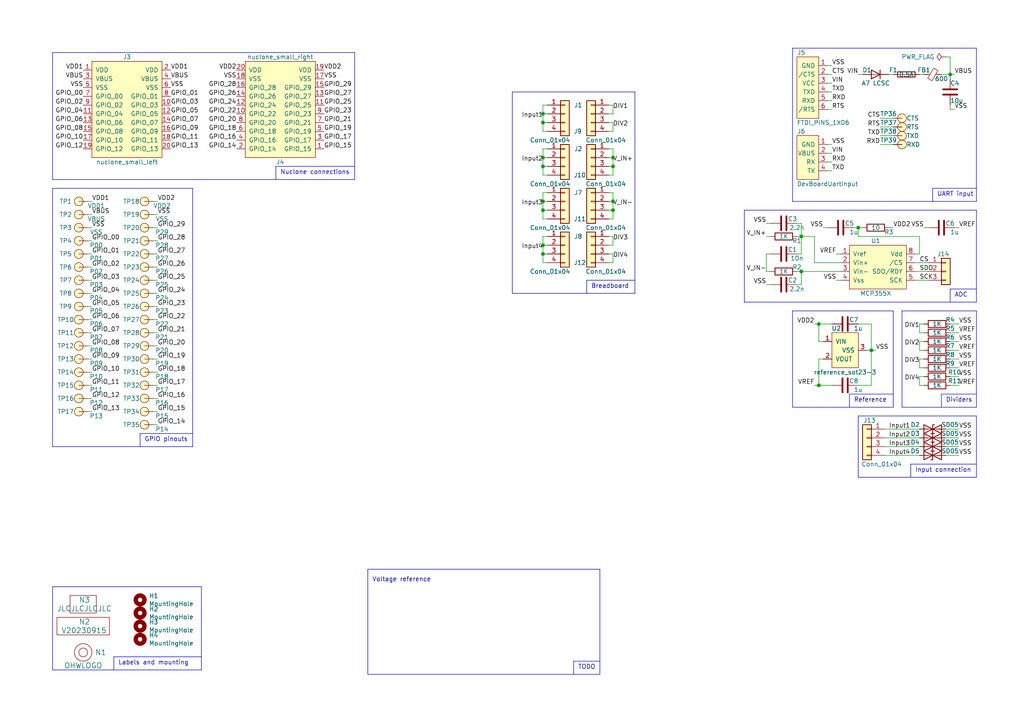
<source format=kicad_sch>
(kicad_sch (version 20230121) (generator eeschema)
  (paper "A4")
  (lib_symbols
    (symbol "Connector_Generic:Conn_01x03" (pin_names (offset 1.016) hide)
      (property "Reference" "J" (at 0 5.08 0))
      (property "Value" "Conn_01x03" (at 0 -5.08 0))
      (symbol "Conn_01x03_1_1"
        (pin passive line (at -5.08 2.54 0) (length 3.81) (name "Pin_1") (number "1"))
        (pin passive line (at -5.08 0 0) (length 3.81) (name "Pin_2") (number "2"))
        (pin passive line (at -5.08 -2.54 0) (length 3.81) (name "Pin_3") (number "3"))
      )
    )
    (symbol "Connector_Generic:Conn_01x04" (pin_names (offset 1.016) hide)
      (property "Reference" "J" (at 0 5.08 0))
      (property "Value" "Conn_01x04" (at 0 -7.62 0))
      (symbol "Conn_01x04_1_1"
        (pin passive line (at -5.08 2.54 0) (length 3.81) (name "Pin_1") (number "1"))
        (pin passive line (at -5.08 0 0) (length 3.81) (name "Pin_2") (number "2"))
        (pin passive line (at -5.08 -2.54 0) (length 3.81) (name "Pin_3") (number "3"))
        (pin passive line (at -5.08 -5.08 0) (length 3.81) (name "Pin_4") (number "4"))
      )
    )
    (symbol "Device:C" (pin_numbers hide) (pin_names (offset 0.254))
      (property "Reference" "C" (at 0.635 2.54 0))
      (property "Value" "C" (at 0.635 -2.54 0))
      (symbol "C_1_1"
        (pin passive line (at 0 3.81 270) (length 2.794) (name "~") (number "1"))
        (pin passive line (at 0 -3.81 90) (length 2.794) (name "~") (number "2"))
      )
    )
    (symbol "Device:D" (pin_numbers hide) (pin_names (offset 1.016) hide)
      (property "Reference" "D" (at 0 2.54 0))
      (property "Value" "D" (at 0 -2.54 0))
      (symbol "D_1_1"
        (pin passive line (at -3.81 0 0) (length 2.54) (name "K") (number "1"))
        (pin passive line (at 3.81 0 180) (length 2.54) (name "A") (number "2"))
      )
    )
    (symbol "Device:D_TVS" (pin_numbers hide) (pin_names (offset 1.016) hide)
      (property "Reference" "D" (at 0 2.54 0))
      (property "Value" "D_TVS" (at 0 -2.54 0))
      (symbol "D_TVS_1_1"
        (pin passive line (at -3.81 0 0) (length 2.54) (name "A1") (number "1"))
        (pin passive line (at 3.81 0 180) (length 2.54) (name "A2") (number "2"))
      )
    )
    (symbol "Device:FerriteBead_Small" (pin_numbers hide) (pin_names (offset 0))
      (property "Reference" "FB" (at 1.905 1.27 0))
      (property "Value" "FerriteBead_Small" (at 1.905 -1.27 0))
      (symbol "FerriteBead_Small_1_1"
        (pin passive line (at 0 2.54 270) (length 1.27) (name "~") (number "1"))
        (pin passive line (at 0 -2.54 90) (length 1.27) (name "~") (number "2"))
      )
    )
    (symbol "Device:Fuse" (pin_numbers hide) (pin_names (offset 0))
      (property "Reference" "F" (at 2.032 0 90))
      (property "Value" "Fuse" (at -1.905 0 90))
      (symbol "Fuse_1_1"
        (pin passive line (at 0 3.81 270) (length 1.27) (name "~") (number "1"))
        (pin passive line (at 0 -3.81 90) (length 1.27) (name "~") (number "2"))
      )
    )
    (symbol "Device:R" (pin_numbers hide) (pin_names (offset 0))
      (property "Reference" "R" (at 2.032 0 90))
      (property "Value" "R" (at 0 0 90))
      (symbol "R_1_1"
        (pin passive line (at 0 3.81 270) (length 1.27) (name "~") (number "1"))
        (pin passive line (at 0 -3.81 90) (length 1.27) (name "~") (number "2"))
      )
    )
    (symbol "Mechanical:MountingHole" (pin_names (offset 1.016))
      (property "Reference" "H" (at 0 5.08 0))
      (property "Value" "MountingHole" (at 0 3.175 0))
    )
    (symbol "SquantorConnectorsNamed:DevBoardUartInput" (pin_names (offset 1.016))
      (property "Reference" "J" (at 0 7.62 0))
      (property "Value" "DevBoardUartInput" (at 0 -7.62 0))
      (symbol "DevBoardUartInput_1_1"
        (pin power_out line (at 5.08 3.81 180) (length 2.54) (name "GND") (number "1"))
        (pin power_out line (at 5.08 1.27 180) (length 2.54) (name "VBUS") (number "2"))
        (pin input line (at 5.08 -1.27 180) (length 2.54) (name "RX") (number "3"))
        (pin output line (at 5.08 -3.81 180) (length 2.54) (name "TX") (number "4"))
      )
    )
    (symbol "SquantorConnectorsNamed:FTDI_PINS_1X06" (pin_names (offset 1.016))
      (property "Reference" "J" (at 0 10.16 0))
      (property "Value" "FTDI_PINS_1X06" (at 0 -10.16 0))
      (symbol "FTDI_PINS_1X06_1_1"
        (pin power_out line (at 5.08 6.35 180) (length 2.54) (name "GND") (number "1"))
        (pin input line (at 5.08 3.81 180) (length 2.54) (name "/CTS") (number "2"))
        (pin power_out line (at 5.08 1.27 180) (length 2.54) (name "VCC") (number "3"))
        (pin output line (at 5.08 -1.27 180) (length 2.54) (name "TXD") (number "4"))
        (pin input line (at 5.08 -3.81 180) (length 2.54) (name "RXD") (number "5"))
        (pin output line (at 5.08 -6.35 180) (length 2.54) (name "/RTS") (number "6"))
      )
    )
    (symbol "SquantorConnectorsNamed:nuclone_small_left" (pin_names (offset 1.016))
      (property "Reference" "J" (at 0 15.24 0))
      (property "Value" "nuclone_small_left" (at 0 -15.24 0))
      (symbol "nuclone_small_left_1_1"
        (pin power_in line (at -12.7 11.43 0) (length 2.54) (name "VDD") (number "1"))
        (pin bidirectional line (at 12.7 1.27 180) (length 2.54) (name "GPIO_03") (number "10"))
        (pin bidirectional line (at -12.7 -1.27 0) (length 2.54) (name "GPIO_04") (number "11"))
        (pin bidirectional line (at 12.7 -1.27 180) (length 2.54) (name "GPIO_05") (number "12"))
        (pin bidirectional line (at -12.7 -3.81 0) (length 2.54) (name "GPIO_06") (number "13"))
        (pin bidirectional line (at 12.7 -3.81 180) (length 2.54) (name "GPIO_07") (number "14"))
        (pin bidirectional line (at -12.7 -6.35 0) (length 2.54) (name "GPIO_08") (number "15"))
        (pin bidirectional line (at 12.7 -6.35 180) (length 2.54) (name "GPIO_09") (number "16"))
        (pin bidirectional line (at -12.7 -8.89 0) (length 2.54) (name "GPIO_10") (number "17"))
        (pin bidirectional line (at 12.7 -8.89 180) (length 2.54) (name "GPIO_11") (number "18"))
        (pin bidirectional line (at -12.7 -11.43 0) (length 2.54) (name "GPIO_12") (number "19"))
        (pin power_in line (at 12.7 11.43 180) (length 2.54) (name "VDD") (number "2"))
        (pin bidirectional line (at 12.7 -11.43 180) (length 2.54) (name "GPIO_13") (number "20"))
        (pin power_in line (at -12.7 8.89 0) (length 2.54) (name "VBUS") (number "3"))
        (pin power_in line (at 12.7 8.89 180) (length 2.54) (name "VBUS") (number "4"))
        (pin power_in line (at -12.7 6.35 0) (length 2.54) (name "VSS") (number "5"))
        (pin power_in line (at 12.7 6.35 180) (length 2.54) (name "VSS") (number "6"))
        (pin bidirectional line (at -12.7 3.81 0) (length 2.54) (name "GPIO_00") (number "7"))
        (pin bidirectional line (at 12.7 3.81 180) (length 2.54) (name "GPIO_01") (number "8"))
        (pin bidirectional line (at -12.7 1.27 0) (length 2.54) (name "GPIO_02") (number "9"))
      )
    )
    (symbol "SquantorConnectorsNamed:nuclone_small_right" (pin_names (offset 1.016))
      (property "Reference" "J" (at 0 -15.24 0))
      (property "Value" "nuclone_small_right" (at 0 15.24 0))
      (symbol "nuclone_small_right_1_1"
        (pin bidirectional line (at 12.7 -11.43 180) (length 2.54) (name "GPIO_15") (number "1"))
        (pin bidirectional line (at -12.7 -1.27 0) (length 2.54) (name "GPIO_22") (number "10"))
        (pin bidirectional line (at 12.7 1.27 180) (length 2.54) (name "GPIO_25") (number "11"))
        (pin bidirectional line (at -12.7 1.27 0) (length 2.54) (name "GPIO_24") (number "12"))
        (pin bidirectional line (at 12.7 3.81 180) (length 2.54) (name "GPIO_27") (number "13"))
        (pin bidirectional line (at -12.7 3.81 0) (length 2.54) (name "GPIO_26") (number "14"))
        (pin bidirectional line (at 12.7 6.35 180) (length 2.54) (name "GPIO_29") (number "15"))
        (pin bidirectional line (at -12.7 6.35 0) (length 2.54) (name "GPIO_28") (number "16"))
        (pin power_in line (at 12.7 8.89 180) (length 2.54) (name "VSS") (number "17"))
        (pin power_in line (at -12.7 8.89 0) (length 2.54) (name "VSS") (number "18"))
        (pin power_in line (at 12.7 11.43 180) (length 2.54) (name "VDD") (number "19"))
        (pin bidirectional line (at -12.7 -11.43 0) (length 2.54) (name "GPIO_14") (number "2"))
        (pin power_in line (at -12.7 11.43 0) (length 2.54) (name "VDD") (number "20"))
        (pin bidirectional line (at 12.7 -8.89 180) (length 2.54) (name "GPIO_17") (number "3"))
        (pin bidirectional line (at -12.7 -8.89 0) (length 2.54) (name "GPIO_16") (number "4"))
        (pin bidirectional line (at 12.7 -6.35 180) (length 2.54) (name "GPIO_19") (number "5"))
        (pin bidirectional line (at -12.7 -6.35 0) (length 2.54) (name "GPIO_18") (number "6"))
        (pin bidirectional line (at 12.7 -3.81 180) (length 2.54) (name "GPIO_21") (number "7"))
        (pin bidirectional line (at -12.7 -3.81 0) (length 2.54) (name "GPIO_20") (number "8"))
        (pin bidirectional line (at 12.7 -1.27 180) (length 2.54) (name "GPIO_23") (number "9"))
      )
    )
    (symbol "SquantorGenericAnalog:reference_sot23-3" (pin_names (offset 1.016))
      (property "Reference" "U" (at 0 6.35 0))
      (property "Value" "reference_sot23-3" (at 0 -6.35 0))
      (symbol "reference_sot23-3_1_1"
        (pin power_in line (at -6.35 2.54 0) (length 2.54) (name "VIN") (number "1"))
        (pin power_out line (at -6.35 -2.54 0) (length 2.54) (name "VOUT") (number "2"))
        (pin power_in line (at 6.35 0 180) (length 2.54) (name "VSS") (number "3"))
      )
    )
    (symbol "SquantorLabels:Label" (pin_names (offset 1.016))
      (property "Reference" "N" (at 0 1.27 0))
      (property "Value" "Label" (at 0 -1.27 0))
    )
    (symbol "SquantorLabels:OHWLOGO" (pin_names (offset 1.016))
      (property "Reference" "N" (at 0 3.81 0))
      (property "Value" "OHWLOGO" (at 0 -3.81 0))
    )
    (symbol "SquantorLabels:VYYYYMMDD" (pin_names (offset 1.016))
      (property "Reference" "N" (at 0 2.54 0))
      (property "Value" "VYYYYMMDD" (at 0 0 0))
    )
    (symbol "SquantorMicrochip:MCP355X-E_SN" (pin_names (offset 1.016))
      (property "Reference" "U" (at 0 6.35 0))
      (property "Value" "MCP355X-E_SN" (at 0 -8.89 0))
      (symbol "MCP355X-E_SN_1_1"
        (pin input line (at -10.16 2.54 0) (length 2.54) (name "Vref") (number "1"))
        (pin input line (at -10.16 0 0) (length 2.54) (name "Vin+") (number "2"))
        (pin input line (at -10.16 -2.54 0) (length 2.54) (name "Vin-") (number "3"))
        (pin power_in line (at -10.16 -5.08 0) (length 2.54) (name "Vss") (number "4"))
        (pin power_in line (at 11.43 -5.08 180) (length 2.54) (name "SCK") (number "5"))
        (pin power_in line (at 11.43 -2.54 180) (length 2.54) (name "SDO/RDY") (number "6"))
        (pin power_in line (at 11.43 0 180) (length 2.54) (name "/CS") (number "7"))
        (pin power_in line (at 11.43 2.54 180) (length 2.54) (name "Vdd") (number "8"))
      )
    )
    (symbol "SquantorProto:testpad" (pin_numbers hide) (pin_names (offset 1.016) hide)
      (property "Reference" "TP" (at 0 2.54 0))
      (property "Value" "testpad" (at 0 -2.54 0))
      (symbol "testpad_1_1"
        (pin passive line (at -2.54 0 0) (length 2.54) (name "1") (number "1"))
      )
    )
    (symbol "power:PWR_FLAG" (power) (pin_numbers hide) (pin_names (offset 0) hide)
      (property "Value" "PWR_FLAG" (at 0 3.81 0))
      (symbol "PWR_FLAG_0_0"
        (pin power_out line (at 0 0 90) (length 0) (name "pwr") (number "1"))
      )
    )
  )
  (junction (at 177.8 48.26))
  (junction (at 157.48 73.66))
  (junction (at 252.73 101.6))
  (junction (at 157.48 48.26))
  (junction (at 157.48 60.96))
  (junction (at 177.8 60.96))
  (junction (at 237.49 111.76))
  (junction (at 177.8 58.42))
  (junction (at 157.48 71.12))
  (junction (at 248.92 66.04))
  (junction (at 275.59 21.59))
  (junction (at 177.8 45.72))
  (junction (at 157.48 35.56))
  (junction (at 232.41 68.58))
  (junction (at 157.48 45.72))
  (junction (at 157.48 33.02))
  (junction (at 157.48 58.42))
  (junction (at 237.49 93.98))
  (junction (at 232.41 78.74))
  (wire (pts (xy 265.43 78.74) (xy 269.24 78.74)))
  (wire (pts (xy 237.49 93.98) (xy 237.49 99.06)))
  (polyline (pts (xy 229.87 13.97) (xy 283.21 13.97)))
  (wire (pts (xy 242.57 73.66) (xy 243.84 73.66)))
  (wire (pts (xy 266.7 101.6) (xy 267.97 101.6)))
  (wire (pts (xy 274.32 124.46) (xy 278.13 124.46)))
  (wire (pts (xy 157.48 45.72) (xy 157.48 48.26)))
  (wire (pts (xy 176.53 45.72) (xy 177.8 45.72)))
  (wire (pts (xy 248.92 21.59) (xy 250.19 21.59)))
  (wire (pts (xy 44.45 96.52) (xy 45.72 96.52)))
  (wire (pts (xy 222.25 73.66) (xy 222.25 78.74)))
  (wire (pts (xy 266.7 96.52) (xy 267.97 96.52)))
  (polyline (pts (xy 275.59 83.82) (xy 275.59 87.63)))
  (wire (pts (xy 44.45 58.42) (xy 45.72 58.42)))
  (wire (pts (xy 177.8 38.1) (xy 176.53 38.1)))
  (wire (pts (xy 276.86 21.59) (xy 275.59 21.59)))
  (polyline (pts (xy 102.87 48.26) (xy 80.01 48.26)))
  (polyline (pts (xy 33.02 190.5) (xy 33.02 194.31)))
  (polyline (pts (xy 246.38 114.3) (xy 246.38 118.11)))
  (wire (pts (xy 275.59 21.59) (xy 275.59 22.86)))
  (wire (pts (xy 276.86 66.04) (xy 278.13 66.04)))
  (wire (pts (xy 267.97 104.14) (xy 266.7 104.14)))
  (wire (pts (xy 275.59 96.52) (xy 278.13 96.52)))
  (wire (pts (xy 176.53 50.8) (xy 177.8 50.8)))
  (wire (pts (xy 232.41 68.58) (xy 236.22 68.58)))
  (wire (pts (xy 255.27 39.37) (xy 259.08 39.37)))
  (wire (pts (xy 267.97 99.06) (xy 266.7 99.06)))
  (polyline (pts (xy 184.15 81.28) (xy 170.18 81.28)))
  (wire (pts (xy 238.76 104.14) (xy 237.49 104.14)))
  (polyline (pts (xy 229.87 90.17) (xy 229.87 118.11)))
  (wire (pts (xy 232.41 78.74) (xy 243.84 78.74)))
  (wire (pts (xy 157.48 33.02) (xy 157.48 35.56)))
  (wire (pts (xy 266.7 68.58) (xy 266.7 73.66)))
  (wire (pts (xy 157.48 33.02) (xy 158.75 33.02)))
  (wire (pts (xy 177.8 76.2) (xy 176.53 76.2)))
  (wire (pts (xy 45.72 77.47) (xy 44.45 77.47)))
  (wire (pts (xy 257.81 21.59) (xy 259.08 21.59)))
  (wire (pts (xy 222.25 68.58) (xy 223.52 68.58)))
  (wire (pts (xy 251.46 101.6) (xy 252.73 101.6)))
  (wire (pts (xy 157.48 60.96) (xy 157.48 63.5)))
  (polyline (pts (xy 58.42 190.5) (xy 33.02 190.5)))
  (wire (pts (xy 256.54 132.08) (xy 266.7 132.08)))
  (wire (pts (xy 176.53 60.96) (xy 177.8 60.96)))
  (polyline (pts (xy 229.87 118.11) (xy 259.08 118.11)))
  (wire (pts (xy 240.03 31.75) (xy 241.3 31.75)))
  (wire (pts (xy 157.48 68.58) (xy 157.48 71.12)))
  (polyline (pts (xy 229.87 58.42) (xy 283.21 58.42)))
  (wire (pts (xy 222.25 82.55) (xy 223.52 82.55)))
  (wire (pts (xy 177.8 48.26) (xy 177.8 45.72)))
  (wire (pts (xy 45.72 107.95) (xy 44.45 107.95)))
  (wire (pts (xy 248.92 68.58) (xy 266.7 68.58)))
  (wire (pts (xy 25.4 88.9) (xy 26.67 88.9)))
  (polyline (pts (xy 173.99 165.1) (xy 173.99 195.58)))
  (wire (pts (xy 44.45 115.57) (xy 45.72 115.57)))
  (wire (pts (xy 240.03 41.91) (xy 241.3 41.91)))
  (wire (pts (xy 177.8 35.56) (xy 177.8 38.1)))
  (wire (pts (xy 157.48 58.42) (xy 157.48 60.96)))
  (wire (pts (xy 255.27 41.91) (xy 259.08 41.91)))
  (wire (pts (xy 157.48 35.56) (xy 158.75 35.56)))
  (wire (pts (xy 157.48 55.88) (xy 157.48 58.42)))
  (wire (pts (xy 266.7 21.59) (xy 267.97 21.59)))
  (wire (pts (xy 177.8 63.5) (xy 176.53 63.5)))
  (polyline (pts (xy 264.16 134.62) (xy 264.16 138.43)))
  (wire (pts (xy 26.67 115.57) (xy 25.4 115.57)))
  (wire (pts (xy 26.67 58.42) (xy 25.4 58.42)))
  (wire (pts (xy 252.73 101.6) (xy 252.73 111.76)))
  (wire (pts (xy 176.53 68.58) (xy 177.8 68.58)))
  (polyline (pts (xy 80.01 48.26) (xy 80.01 52.07)))
  (polyline (pts (xy 15.24 54.61) (xy 55.88 54.61)))
  (wire (pts (xy 157.48 71.12) (xy 157.48 73.66)))
  (wire (pts (xy 176.53 30.48) (xy 177.8 30.48)))
  (polyline (pts (xy 273.05 114.3) (xy 273.05 118.11)))
  (wire (pts (xy 274.32 127) (xy 278.13 127)))
  (polyline (pts (xy 283.21 60.96) (xy 215.9 60.96)))
  (wire (pts (xy 265.43 73.66) (xy 266.7 73.66)))
  (wire (pts (xy 157.48 76.2) (xy 158.75 76.2)))
  (polyline (pts (xy 184.15 85.09) (xy 184.15 85.09)))
  (wire (pts (xy 26.67 85.09) (xy 25.4 85.09)))
  (wire (pts (xy 177.8 68.58) (xy 177.8 71.12)))
  (wire (pts (xy 242.57 81.28) (xy 243.84 81.28)))
  (polyline (pts (xy 15.24 129.54) (xy 15.24 54.61)))
  (wire (pts (xy 45.72 100.33) (xy 44.45 100.33)))
  (polyline (pts (xy 40.64 125.73) (xy 40.64 129.54)))
  (wire (pts (xy 265.43 76.2) (xy 269.24 76.2)))
  (wire (pts (xy 240.03 24.13) (xy 241.3 24.13)))
  (wire (pts (xy 44.45 66.04) (xy 45.72 66.04)))
  (polyline (pts (xy 55.88 54.61) (xy 55.88 129.54)))
  (wire (pts (xy 45.72 85.09) (xy 44.45 85.09)))
  (wire (pts (xy 255.27 34.29) (xy 259.08 34.29)))
  (polyline (pts (xy 283.21 90.17) (xy 261.62 90.17)))
  (wire (pts (xy 158.75 30.48) (xy 157.48 30.48)))
  (wire (pts (xy 25.4 81.28) (xy 26.67 81.28)))
  (wire (pts (xy 25.4 104.14) (xy 26.67 104.14)))
  (wire (pts (xy 45.72 69.85) (xy 44.45 69.85)))
  (wire (pts (xy 157.48 71.12) (xy 158.75 71.12)))
  (wire (pts (xy 240.03 49.53) (xy 241.3 49.53)))
  (wire (pts (xy 275.59 106.68) (xy 278.13 106.68)))
  (wire (pts (xy 274.32 129.54) (xy 278.13 129.54)))
  (wire (pts (xy 157.48 30.48) (xy 157.48 33.02)))
  (wire (pts (xy 275.59 93.98) (xy 278.13 93.98)))
  (wire (pts (xy 256.54 129.54) (xy 266.7 129.54)))
  (wire (pts (xy 231.14 73.66) (xy 232.41 73.66)))
  (wire (pts (xy 157.48 48.26) (xy 157.48 50.8)))
  (wire (pts (xy 241.3 93.98) (xy 237.49 93.98)))
  (wire (pts (xy 275.59 31.75) (xy 275.59 30.48)))
  (wire (pts (xy 275.59 101.6) (xy 278.13 101.6)))
  (wire (pts (xy 25.4 96.52) (xy 26.67 96.52)))
  (wire (pts (xy 26.67 66.04) (xy 25.4 66.04)))
  (wire (pts (xy 44.45 111.76) (xy 45.72 111.76)))
  (polyline (pts (xy 170.18 81.28) (xy 170.18 85.09)))
  (polyline (pts (xy 15.24 194.31) (xy 58.42 194.31)))
  (wire (pts (xy 44.45 88.9) (xy 45.72 88.9)))
  (polyline (pts (xy 102.87 15.24) (xy 15.24 15.24)))
  (wire (pts (xy 266.7 104.14) (xy 266.7 106.68)))
  (wire (pts (xy 240.03 46.99) (xy 241.3 46.99)))
  (wire (pts (xy 157.48 63.5) (xy 158.75 63.5)))
  (wire (pts (xy 252.73 101.6) (xy 254 101.6)))
  (wire (pts (xy 240.03 29.21) (xy 241.3 29.21)))
  (wire (pts (xy 248.92 66.04) (xy 248.92 68.58)))
  (polyline (pts (xy 283.21 83.82) (xy 275.59 83.82)))
  (wire (pts (xy 232.41 73.66) (xy 232.41 68.58)))
  (wire (pts (xy 266.7 99.06) (xy 266.7 101.6)))
  (polyline (pts (xy 148.59 85.09) (xy 184.15 85.09)))
  (wire (pts (xy 157.48 60.96) (xy 158.75 60.96)))
  (wire (pts (xy 274.32 132.08) (xy 278.13 132.08)))
  (wire (pts (xy 237.49 104.14) (xy 237.49 111.76)))
  (polyline (pts (xy 259.08 114.3) (xy 246.38 114.3)))
  (wire (pts (xy 176.53 58.42) (xy 177.8 58.42)))
  (polyline (pts (xy 283.21 114.3) (xy 273.05 114.3)))
  (wire (pts (xy 26.67 107.95) (xy 25.4 107.95)))
  (wire (pts (xy 157.48 73.66) (xy 157.48 76.2)))
  (polyline (pts (xy 283.21 120.65) (xy 248.92 120.65)))
  (polyline (pts (xy 215.9 60.96) (xy 215.9 87.63)))
  (polyline (pts (xy 283.21 13.97) (xy 283.21 58.42)))
  (wire (pts (xy 157.48 48.26) (xy 158.75 48.26)))
  (wire (pts (xy 157.48 73.66) (xy 158.75 73.66)))
  (polyline (pts (xy 259.08 118.11) (xy 259.08 90.17)))
  (polyline (pts (xy 106.68 165.1) (xy 173.99 165.1)))
  (wire (pts (xy 177.8 60.96) (xy 177.8 63.5)))
  (wire (pts (xy 177.8 73.66) (xy 177.8 76.2)))
  (wire (pts (xy 275.59 104.14) (xy 278.13 104.14)))
  (wire (pts (xy 275.59 111.76) (xy 278.13 111.76)))
  (wire (pts (xy 238.76 66.04) (xy 240.03 66.04)))
  (polyline (pts (xy 55.88 129.54) (xy 15.24 129.54)))
  (wire (pts (xy 257.81 66.04) (xy 259.08 66.04)))
  (polyline (pts (xy 15.24 52.07) (xy 102.87 52.07)))
  (wire (pts (xy 232.41 82.55) (xy 232.41 78.74)))
  (polyline (pts (xy 58.42 194.31) (xy 58.42 170.18)))
  (polyline (pts (xy 261.62 118.11) (xy 283.21 118.11)))
  (wire (pts (xy 157.48 43.18) (xy 157.48 45.72)))
  (polyline (pts (xy 283.21 87.63) (xy 283.21 60.96)))
  (wire (pts (xy 266.7 109.22) (xy 266.7 111.76)))
  (polyline (pts (xy 215.9 87.63) (xy 283.21 87.63)))
  (wire (pts (xy 236.22 111.76) (xy 237.49 111.76)))
  (wire (pts (xy 247.65 66.04) (xy 248.92 66.04)))
  (wire (pts (xy 248.92 93.98) (xy 252.73 93.98)))
  (polyline (pts (xy 166.37 191.77) (xy 173.99 191.77)))
  (wire (pts (xy 25.4 119.38) (xy 26.67 119.38)))
  (wire (pts (xy 231.14 64.77) (xy 232.41 64.77)))
  (polyline (pts (xy 58.42 170.18) (xy 15.24 170.18)))
  (polyline (pts (xy 106.68 195.58) (xy 106.68 165.1)))
  (wire (pts (xy 222.25 64.77) (xy 223.52 64.77)))
  (wire (pts (xy 177.8 50.8) (xy 177.8 48.26)))
  (wire (pts (xy 267.97 109.22) (xy 266.7 109.22)))
  (polyline (pts (xy 248.92 138.43) (xy 283.21 138.43)))
  (wire (pts (xy 252.73 93.98) (xy 252.73 101.6)))
  (wire (pts (xy 45.72 119.38) (xy 44.45 119.38)))
  (wire (pts (xy 255.27 36.83) (xy 259.08 36.83)))
  (polyline (pts (xy 259.08 90.17) (xy 229.87 90.17)))
  (polyline (pts (xy 148.59 26.67) (xy 148.59 85.09)))
  (wire (pts (xy 45.72 92.71) (xy 44.45 92.71)))
  (polyline (pts (xy 55.88 125.73) (xy 40.64 125.73)))
  (wire (pts (xy 240.03 21.59) (xy 241.3 21.59)))
  (wire (pts (xy 248.92 66.04) (xy 250.19 66.04)))
  (wire (pts (xy 236.22 68.58) (xy 236.22 76.2)))
  (polyline (pts (xy 283.21 118.11) (xy 283.21 90.17)))
  (wire (pts (xy 265.43 81.28) (xy 269.24 81.28)))
  (wire (pts (xy 157.48 50.8) (xy 158.75 50.8)))
  (wire (pts (xy 177.8 55.88) (xy 177.8 58.42)))
  (wire (pts (xy 237.49 111.76) (xy 241.3 111.76)))
  (wire (pts (xy 222.25 78.74) (xy 223.52 78.74)))
  (polyline (pts (xy 229.87 13.97) (xy 229.87 58.42)))
  (polyline (pts (xy 184.15 26.67) (xy 148.59 26.67)))
  (wire (pts (xy 266.7 106.68) (xy 267.97 106.68)))
  (wire (pts (xy 266.7 111.76) (xy 267.97 111.76)))
  (wire (pts (xy 176.53 73.66) (xy 177.8 73.66)))
  (wire (pts (xy 157.48 45.72) (xy 158.75 45.72)))
  (wire (pts (xy 158.75 55.88) (xy 157.48 55.88)))
  (wire (pts (xy 158.75 43.18) (xy 157.48 43.18)))
  (wire (pts (xy 25.4 73.66) (xy 26.67 73.66)))
  (wire (pts (xy 240.03 44.45) (xy 241.3 44.45)))
  (wire (pts (xy 44.45 81.28) (xy 45.72 81.28)))
  (wire (pts (xy 26.67 77.47) (xy 25.4 77.47)))
  (wire (pts (xy 275.59 16.51) (xy 275.59 21.59)))
  (wire (pts (xy 232.41 78.74) (xy 231.14 78.74)))
  (polyline (pts (xy 283.21 134.62) (xy 264.16 134.62)))
  (wire (pts (xy 266.7 93.98) (xy 266.7 96.52)))
  (wire (pts (xy 236.22 76.2) (xy 243.84 76.2)))
  (wire (pts (xy 158.75 68.58) (xy 157.48 68.58)))
  (wire (pts (xy 44.45 123.19) (xy 45.72 123.19)))
  (wire (pts (xy 240.03 26.67) (xy 241.3 26.67)))
  (polyline (pts (xy 184.15 85.09) (xy 184.15 26.67)))
  (wire (pts (xy 26.67 100.33) (xy 25.4 100.33)))
  (wire (pts (xy 275.59 99.06) (xy 278.13 99.06)))
  (wire (pts (xy 231.14 82.55) (xy 232.41 82.55)))
  (wire (pts (xy 176.53 33.02) (xy 177.8 33.02)))
  (wire (pts (xy 267.97 66.04) (xy 269.24 66.04)))
  (wire (pts (xy 237.49 99.06) (xy 238.76 99.06)))
  (wire (pts (xy 256.54 124.46) (xy 266.7 124.46)))
  (wire (pts (xy 256.54 127) (xy 266.7 127)))
  (polyline (pts (xy 261.62 90.17) (xy 261.62 118.11)))
  (wire (pts (xy 44.45 104.14) (xy 45.72 104.14)))
  (wire (pts (xy 44.45 73.66) (xy 45.72 73.66)))
  (wire (pts (xy 267.97 93.98) (xy 266.7 93.98)))
  (wire (pts (xy 157.48 38.1) (xy 158.75 38.1)))
  (wire (pts (xy 26.67 69.85) (xy 25.4 69.85)))
  (wire (pts (xy 177.8 45.72) (xy 177.8 43.18)))
  (wire (pts (xy 26.67 92.71) (xy 25.4 92.71)))
  (polyline (pts (xy 15.24 170.18) (xy 15.24 194.31)))
  (wire (pts (xy 275.59 31.75) (xy 276.86 31.75)))
  (wire (pts (xy 240.03 19.05) (xy 241.3 19.05)))
  (wire (pts (xy 176.53 48.26) (xy 177.8 48.26)))
  (polyline (pts (xy 15.24 15.24) (xy 15.24 52.07)))
  (polyline (pts (xy 173.99 195.58) (xy 106.68 195.58)))
  (polyline (pts (xy 283.21 138.43) (xy 283.21 120.65)))
  (wire (pts (xy 25.4 62.23) (xy 26.67 62.23)))
  (polyline (pts (xy 283.21 54.61) (xy 270.51 54.61)))
  (wire (pts (xy 25.4 111.76) (xy 26.67 111.76)))
  (wire (pts (xy 236.22 93.98) (xy 237.49 93.98)))
  (wire (pts (xy 176.53 55.88) (xy 177.8 55.88)))
  (wire (pts (xy 275.59 109.22) (xy 278.13 109.22)))
  (wire (pts (xy 252.73 111.76) (xy 248.92 111.76)))
  (polyline (pts (xy 248.92 120.65) (xy 248.92 138.43)))
  (wire (pts (xy 157.48 35.56) (xy 157.48 38.1)))
  (wire (pts (xy 177.8 30.48) (xy 177.8 33.02)))
  (wire (pts (xy 231.14 68.58) (xy 232.41 68.58)))
  (polyline (pts (xy 102.87 52.07) (xy 102.87 15.24)))
  (wire (pts (xy 177.8 71.12) (xy 176.53 71.12)))
  (wire (pts (xy 177.8 43.18) (xy 176.53 43.18)))
  (wire (pts (xy 273.05 21.59) (xy 275.59 21.59)))
  (wire (pts (xy 223.52 73.66) (xy 222.25 73.66)))
  (wire (pts (xy 232.41 64.77) (xy 232.41 68.58)))
  (wire (pts (xy 275.59 16.51) (xy 274.32 16.51)))
  (wire (pts (xy 177.8 58.42) (xy 177.8 60.96)))
  (polyline (pts (xy 270.51 54.61) (xy 270.51 58.42)))
  (wire (pts (xy 157.48 58.42) (xy 158.75 58.42)))
  (wire (pts (xy 45.72 62.23) (xy 44.45 62.23)))
  (wire (pts (xy 176.53 35.56) (xy 177.8 35.56)))
  (polyline (pts (xy 166.37 195.58) (xy 166.37 191.77)))
  (text "Labels and mounting" (at 34.29 193.04 0) (effects (font (size 1.27 1.27)) (justify left bottom)))
  (text "Voltage reference" (at 107.95 168.91 0) (effects (font (size 1.27 1.27)) (justify left bottom)))
  (text "Input connection" (at 265.43 137.16 0) (effects (font (size 1.27 1.27)) (justify left bottom)))
  (text "Reference" (at 247.65 116.84 0) (effects (font (size 1.27 1.27)) (justify left bottom)))
  (text "TODO" (at 167.64 194.31 0) (effects (font (size 1.27 1.27)) (justify left bottom)))
  (text "Breadboard" (at 171.45 83.82 0) (effects (font (size 1.27 1.27)) (justify left bottom)))
  (text "GPIO pinouts" (at 41.91 128.27 0) (effects (font (size 1.27 1.27)) (justify left bottom)))
  (text "ADC" (at 276.86 86.36 0) (effects (font (size 1.27 1.27)) (justify left bottom)))
  (text "Nuclone connections" (at 81.28 50.8 0) (effects (font (size 1.27 1.27)) (justify left bottom)))
  (text "Dividers" (at 274.32 116.84 0) (effects (font (size 1.27 1.27)) (justify left bottom)))
  (text "UART input" (at 271.78 57.15 0) (effects (font (size 1.27 1.27)) (justify left bottom)))
  (label "GPIO_24" (at 45.72 85.09 0))
  (label "VSS" (at 238.76 66.04 180))
  (label "Input2" (at 157.48 46.99 180))
  (label "GPIO_20" (at 68.58 35.56 180))
  (label "Input1" (at 157.48 34.29 180))
  (label "GPIO_22" (at 45.72 92.71 0))
  (label "GPIO_26" (at 68.58 27.94 180))
  (label "CTS" (at 241.3 21.59 0))
  (label "VSS" (at 49.53 25.4 0))
  (label "SCK" (at 266.7 81.28 0))
  (label "GPIO_24" (at 68.58 30.48 180))
  (label "Input2" (at 257.81 127 0))
  (label "DIV1" (at 177.8 31.75 0))
  (label "TXD" (at 241.3 26.67 0))
  (label "GPIO_27" (at 45.72 73.66 0))
  (label "DIV3" (at 266.7 105.41 180))
  (label "VSS" (at 267.97 66.04 180))
  (label "GPIO_11" (at 26.67 111.76 0))
  (label "VBUS" (at 49.53 22.86 0))
  (label "GPIO_28" (at 45.72 69.85 0))
  (label "VSS" (at 222.25 64.77 180))
  (label "VSS" (at 278.13 104.14 0))
  (label "VREF" (at 242.57 73.66 180))
  (label "GPIO_12" (at 26.67 115.57 0))
  (label "GPIO_15" (at 45.72 119.38 0))
  (label "VREF" (at 278.13 96.52 0))
  (label "V_IN-" (at 222.25 78.74 180))
  (label "VDD1" (at 26.67 58.42 0))
  (label "GPIO_07" (at 49.53 35.56 0))
  (label "DIV2" (at 266.7 100.33 180))
  (label "GPIO_00" (at 24.13 27.94 180))
  (label "TXD" (at 241.3 49.53 0))
  (label "GPIO_21" (at 93.98 35.56 0))
  (label "VBUS" (at 26.67 62.23 0))
  (label "VDD2" (at 45.72 58.42 0))
  (label "GPIO_29" (at 93.98 25.4 0))
  (label "DIV3" (at 177.8 69.85 0))
  (label "Input4" (at 257.81 132.08 0))
  (label "VIN" (at 241.3 24.13 0))
  (label "GPIO_19" (at 45.72 104.14 0))
  (label "GPIO_08" (at 24.13 38.1 180))
  (label "GPIO_11" (at 49.53 40.64 0))
  (label "VSS" (at 242.57 81.28 180))
  (label "CTS" (at 255.27 34.29 180))
  (label "VDD2" (at 93.98 20.32 0))
  (label "GPIO_22" (at 68.58 33.02 180))
  (label "VSS" (at 254 101.6 0))
  (label "VDD1" (at 24.13 20.32 180))
  (label "VSS" (at 278.13 99.06 0))
  (label "VIN" (at 248.92 21.59 180))
  (label "VSS" (at 45.72 62.23 0))
  (label "GPIO_10" (at 24.13 40.64 180))
  (label "GPIO_23" (at 93.98 33.02 0))
  (label "Input3" (at 157.48 59.69 180))
  (label "GPIO_01" (at 49.53 27.94 0))
  (label "GPIO_05" (at 49.53 33.02 0))
  (label "RXD" (at 241.3 29.21 0))
  (label "GPIO_15" (at 93.98 43.18 0))
  (label "GPIO_16" (at 45.72 115.57 0))
  (label "DIV4" (at 177.8 74.93 0))
  (label "GPIO_08" (at 26.67 100.33 0))
  (label "GPIO_19" (at 93.98 38.1 0))
  (label "RXD" (at 255.27 41.91 180))
  (label "GPIO_26" (at 45.72 77.47 0))
  (label "GPIO_18" (at 45.72 107.95 0))
  (label "VSS" (at 278.13 127 0))
  (label "V_IN+" (at 222.25 68.58 180))
  (label "GPIO_27" (at 93.98 27.94 0))
  (label "VSS" (at 278.13 129.54 0))
  (label "GPIO_23" (at 45.72 88.9 0))
  (label "GPIO_21" (at 45.72 96.52 0))
  (label "GPIO_06" (at 26.67 92.71 0))
  (label "VSS" (at 222.25 82.55 180))
  (label "CS" (at 266.7 76.2 0))
  (label "VIN" (at 241.3 44.45 0))
  (label "Input4" (at 157.48 72.39 180))
  (label "GPIO_03" (at 26.67 81.28 0))
  (label "VREF" (at 236.22 111.76 180))
  (label "DIV2" (at 177.8 36.83 0))
  (label "GPIO_17" (at 93.98 40.64 0))
  (label "RXD" (at 241.3 46.99 0))
  (label "VREF" (at 278.13 106.68 0))
  (label "GPIO_14" (at 68.58 43.18 180))
  (label "VSS" (at 241.3 41.91 0))
  (label "RTS" (at 255.27 36.83 180))
  (label "GPIO_00" (at 26.67 69.85 0))
  (label "VSS" (at 93.98 22.86 0))
  (label "GPIO_04" (at 24.13 33.02 180))
  (label "VSS" (at 24.13 25.4 180))
  (label "GPIO_03" (at 49.53 30.48 0))
  (label "GPIO_13" (at 49.53 43.18 0))
  (label "GPIO_09" (at 26.67 104.14 0))
  (label "SDO" (at 266.7 78.74 0))
  (label "GPIO_02" (at 26.67 77.47 0))
  (label "VSS" (at 26.67 66.04 0))
  (label "GPIO_25" (at 45.72 81.28 0))
  (label "Input3" (at 257.81 129.54 0))
  (label "GPIO_13" (at 26.67 119.38 0))
  (label "VBUS" (at 276.86 21.59 0))
  (label "GPIO_18" (at 68.58 38.1 180))
  (label "Input1" (at 257.81 124.46 0))
  (label "GPIO_07" (at 26.67 96.52 0))
  (label "GPIO_05" (at 26.67 88.9 0))
  (label "GPIO_28" (at 68.58 25.4 180))
  (label "GPIO_09" (at 49.53 38.1 0))
  (label "DIV4" (at 266.7 110.49 180))
  (label "GPIO_06" (at 24.13 35.56 180))
  (label "GPIO_02" (at 24.13 30.48 180))
  (label "VREF" (at 278.13 101.6 0))
  (label "GPIO_25" (at 93.98 30.48 0))
  (label "VSS" (at 278.13 132.08 0))
  (label "VBUS" (at 24.13 22.86 180))
  (label "VDD2" (at 68.58 20.32 180))
  (label "VSS" (at 278.13 93.98 0))
  (label "V_IN-" (at 177.8 59.69 0))
  (label "GPIO_04" (at 26.67 85.09 0))
  (label "GPIO_16" (at 68.58 40.64 180))
  (label "VSS" (at 241.3 19.05 0))
  (label "GPIO_17" (at 45.72 111.76 0))
  (label "DIV1" (at 266.7 95.25 180))
  (label "GPIO_10" (at 26.67 107.95 0))
  (label "V_IN+" (at 177.8 46.99 0))
  (label "VDD2" (at 259.08 66.04 0))
  (label "VSS" (at 276.86 31.75 0))
  (label "VREF" (at 278.13 111.76 0))
  (label "TXD" (at 255.27 39.37 180))
  (label "VDD1" (at 49.53 20.32 0))
  (label "VDD2" (at 236.22 93.98 180))
  (label "VSS" (at 278.13 124.46 0))
  (label "GPIO_12" (at 24.13 43.18 180))
  (label "GPIO_01" (at 26.67 73.66 0))
  (label "VSS" (at 68.58 22.86 180))
  (label "GPIO_14" (at 45.72 123.19 0))
  (label "GPIO_29" (at 45.72 66.04 0))
  (label "RTS" (at 241.3 31.75 0))
  (label "VREF" (at 278.13 66.04 0))
  (label "GPIO_20" (at 45.72 100.33 0))
  (label "VSS" (at 278.13 109.22 0))
  (symbol (lib_id "SquantorLabels:OHWLOGO") (at 24.13 189.23 0) (unit 1)
    (property "Reference" "N1" (at 29.21 189.23 0) (effects (font (size 1.524 1.524))))
    (property "Value" "OHWLOGO" (at 24.13 193.04 0) (effects (font (size 1.524 1.524))))
    (property "Footprint" "Symbol:OSHW-Symbol_6.7x6mm_SilkScreen" (effects hide))
  )
  (symbol (lib_id "Mechanical:MountingHole") (at 40.64 185.42 0) (unit 1)
    (property "Reference" "H4" (at 43.18 184.2516 0) (effects (justify left)))
    (property "Value" "MountingHole" (at 43.18 186.563 0) (effects (justify left)))
    (property "Footprint" "MountingHole:MountingHole_3.2mm_M3_Pad_Via" (effects hide))
  )
  (symbol (lib_id "Mechanical:MountingHole") (at 40.64 181.61 0) (unit 1)
    (property "Reference" "H3" (at 43.18 180.4416 0) (effects (justify left)))
    (property "Value" "MountingHole" (at 43.18 182.753 0) (effects (justify left)))
    (property "Footprint" "MountingHole:MountingHole_3.2mm_M3_Pad_Via" (effects hide))
  )
  (symbol (lib_id "Mechanical:MountingHole") (at 40.64 177.8 0) (unit 1)
    (property "Reference" "H2" (at 43.18 176.6316 0) (effects (justify left)))
    (property "Value" "MountingHole" (at 43.18 178.943 0) (effects (justify left)))
    (property "Footprint" "MountingHole:MountingHole_3.2mm_M3_Pad_Via" (effects hide))
  )
  (symbol (lib_id "Mechanical:MountingHole") (at 40.64 173.99 0) (unit 1)
    (property "Reference" "H1" (at 43.18 172.8216 0) (effects (justify left)))
    (property "Value" "MountingHole" (at 43.18 175.133 0) (effects (justify left)))
    (property "Footprint" "MountingHole:MountingHole_3.2mm_M3_Pad_Via" (effects hide))
  )
  (symbol (lib_id "SquantorLabels:VYYYYMMDD") (at 24.13 182.88 0) (unit 1)
    (property "Reference" "N2" (at 22.86 180.34 0) (effects (font (size 1.524 1.524)) (justify left)))
    (property "Value" "V20230915" (at 17.78 182.88 0) (effects (font (size 1.524 1.524)) (justify left)))
    (property "Footprint" "SquantorLabels:Label_Generic" (effects hide))
  )
  (symbol (lib_id "SquantorConnectorsNamed:nuclone_small_left") (at 36.83 31.75 0) (unit 1)
    (property "Reference" "J3" (at 36.83 16.51 0))
    (property "Value" "nuclone_small_left" (at 36.83 46.99 0))
    (property "Footprint" "SquantorConnectorsNamed:nuclone_small_left_stacked" (effects hide))
  )
  (symbol (lib_id "SquantorConnectorsNamed:nuclone_small_right") (at 81.28 31.75 0) (unit 1)
    (property "Reference" "J4" (at 81.28 46.99 0))
    (property "Value" "nuclone_small_right" (at 81.28 16.51 0))
    (property "Footprint" "SquantorConnectorsNamed:nuclone_small_right_stacked" (effects hide))
  )
  (symbol (lib_id "SquantorLabels:Label") (at 24.13 175.26 0) (unit 1)
    (property "Reference" "N3" (at 22.86 173.99 0) (effects (font (size 1.524 1.524)) (justify left)))
    (property "Value" "JLCJLCJLCJLC" (at 16.51 176.53 0) (effects (font (size 1.524 1.524)) (justify left)))
    (property "Footprint" "SquantorLabels:Label_Generic" (effects hide))
  )
  (symbol (lib_id "SquantorProto:testpad") (at 22.86 58.42 180) (unit 1)
    (property "Reference" "TP1" (at 19.05 58.42 0))
    (property "Value" "VDD1" (at 27.94 59.69 0))
    (property "Footprint" "SquantorTestPoints:TestPoint_hole_H05R10_2side" (effects hide))
  )
  (symbol (lib_id "SquantorProto:testpad") (at 22.86 62.23 180) (unit 1)
    (property "Reference" "TP2" (at 19.05 62.23 0))
    (property "Value" "VBUS" (at 27.94 63.5 0))
    (property "Footprint" "SquantorTestPoints:TestPoint_hole_H05R10_2side" (effects hide))
  )
  (symbol (lib_id "SquantorProto:testpad") (at 22.86 66.04 180) (unit 1)
    (property "Reference" "TP3" (at 19.05 66.04 0))
    (property "Value" "VSS" (at 27.94 67.31 0))
    (property "Footprint" "SquantorTestPoints:TestPoint_hole_H05R10_2side" (effects hide))
  )
  (symbol (lib_id "Device:Fuse") (at 262.89 21.59 270) (unit 1)
    (property "Reference" "F1" (at 259.08 20.32 90))
    (property "Value" "0.5A" (at 262.89 21.59 90))
    (property "Footprint" "SquantorRcl:F_0603_hand" (effects hide))
  )
  (symbol (lib_id "Device:FerriteBead_Small") (at 270.51 21.59 270) (unit 1)
    (property "Reference" "FB1" (at 267.97 20.32 90))
    (property "Value" "600" (at 273.05 22.86 90))
    (property "Footprint" "SquantorRcl:L_0603" (effects hide))
  )
  (symbol (lib_id "Device:C") (at 275.59 26.67 0) (unit 1)
    (property "Reference" "C4" (at 275.59 24.13 0) (effects (justify left)))
    (property "Value" "10u" (at 275.59 29.21 0) (effects (justify left)))
    (property "Footprint" "SquantorRcl:C_0603" (effects hide))
  )
  (symbol (lib_id "power:PWR_FLAG") (at 274.32 16.51 90) (unit 1)
    (property "Reference" "#FLG02" (effects hide))
    (property "Value" "PWR_FLAG" (at 271.0942 16.51 90) (effects (justify left)))
  )
  (symbol (lib_id "SquantorProto:testpad") (at 22.86 69.85 180) (unit 1)
    (property "Reference" "TP4" (at 19.05 69.85 0))
    (property "Value" "P00" (at 27.94 71.12 0))
    (property "Footprint" "SquantorTestPoints:TestPoint_hole_H05R10_2side" (effects hide))
  )
  (symbol (lib_id "SquantorProto:testpad") (at 22.86 73.66 180) (unit 1)
    (property "Reference" "TP5" (at 19.05 73.66 0))
    (property "Value" "P01" (at 27.94 74.93 0))
    (property "Footprint" "SquantorTestPoints:TestPoint_hole_H05R10_2side" (effects hide))
  )
  (symbol (lib_id "SquantorProto:testpad") (at 22.86 77.47 180) (unit 1)
    (property "Reference" "TP6" (at 19.05 77.47 0))
    (property "Value" "P02" (at 27.94 78.74 0))
    (property "Footprint" "SquantorTestPoints:TestPoint_hole_H05R10_2side" (effects hide))
  )
  (symbol (lib_id "SquantorProto:testpad") (at 22.86 81.28 180) (unit 1)
    (property "Reference" "TP7" (at 19.05 81.28 0))
    (property "Value" "P03" (at 27.94 82.55 0))
    (property "Footprint" "SquantorTestPoints:TestPoint_hole_H05R10_2side" (effects hide))
  )
  (symbol (lib_id "SquantorProto:testpad") (at 22.86 85.09 180) (unit 1)
    (property "Reference" "TP8" (at 19.05 85.09 0))
    (property "Value" "P04" (at 27.94 86.36 0))
    (property "Footprint" "SquantorTestPoints:TestPoint_hole_H05R10_2side" (effects hide))
  )
  (symbol (lib_id "SquantorProto:testpad") (at 22.86 88.9 180) (unit 1)
    (property "Reference" "TP9" (at 19.05 88.9 0))
    (property "Value" "P05" (at 27.94 90.17 0))
    (property "Footprint" "SquantorTestPoints:TestPoint_hole_H05R10_2side" (effects hide))
  )
  (symbol (lib_id "SquantorProto:testpad") (at 22.86 92.71 180) (unit 1)
    (property "Reference" "TP10" (at 19.05 92.71 0))
    (property "Value" "P06" (at 27.94 93.98 0))
    (property "Footprint" "SquantorTestPoints:TestPoint_hole_H05R10_2side" (effects hide))
  )
  (symbol (lib_id "SquantorProto:testpad") (at 22.86 96.52 180) (unit 1)
    (property "Reference" "TP11" (at 19.05 96.52 0))
    (property "Value" "P07" (at 27.94 97.79 0))
    (property "Footprint" "SquantorTestPoints:TestPoint_hole_H05R10_2side" (effects hide))
  )
  (symbol (lib_id "SquantorProto:testpad") (at 22.86 100.33 180) (unit 1)
    (property "Reference" "TP12" (at 19.05 100.33 0))
    (property "Value" "P08" (at 27.94 101.6 0))
    (property "Footprint" "SquantorTestPoints:TestPoint_hole_H05R10_2side" (effects hide))
  )
  (symbol (lib_id "SquantorProto:testpad") (at 22.86 104.14 180) (unit 1)
    (property "Reference" "TP13" (at 19.05 104.14 0))
    (property "Value" "P09" (at 27.94 105.41 0))
    (property "Footprint" "SquantorTestPoints:TestPoint_hole_H05R10_2side" (effects hide))
  )
  (symbol (lib_id "SquantorProto:testpad") (at 22.86 107.95 180) (unit 1)
    (property "Reference" "TP14" (at 19.05 107.95 0))
    (property "Value" "P10" (at 27.94 109.22 0))
    (property "Footprint" "SquantorTestPoints:TestPoint_hole_H05R10_2side" (effects hide))
  )
  (symbol (lib_id "SquantorProto:testpad") (at 22.86 111.76 180) (unit 1)
    (property "Reference" "TP15" (at 19.05 111.76 0))
    (property "Value" "P11" (at 27.94 113.03 0))
    (property "Footprint" "SquantorTestPoints:TestPoint_hole_H05R10_2side" (effects hide))
  )
  (symbol (lib_id "SquantorProto:testpad") (at 22.86 115.57 180) (unit 1)
    (property "Reference" "TP16" (at 19.05 115.57 0))
    (property "Value" "P12" (at 27.94 116.84 0))
    (property "Footprint" "SquantorTestPoints:TestPoint_hole_H05R10_2side" (effects hide))
  )
  (symbol (lib_id "SquantorProto:testpad") (at 22.86 119.38 180) (unit 1)
    (property "Reference" "TP17" (at 19.05 119.38 0))
    (property "Value" "P13" (at 27.94 120.65 0))
    (property "Footprint" "SquantorTestPoints:TestPoint_hole_H05R10_2side" (effects hide))
  )
  (symbol (lib_id "SquantorProto:testpad") (at 41.91 58.42 180) (unit 1)
    (property "Reference" "TP18" (at 38.1 58.42 0))
    (property "Value" "VDD2" (at 46.99 59.69 0))
    (property "Footprint" "SquantorTestPoints:TestPoint_hole_H05R10_2side" (effects hide))
  )
  (symbol (lib_id "SquantorProto:testpad") (at 41.91 62.23 180) (unit 1)
    (property "Reference" "TP19" (at 38.1 62.23 0))
    (property "Value" "VSS" (at 46.99 63.5 0))
    (property "Footprint" "SquantorTestPoints:TestPoint_hole_H05R10_2side" (effects hide))
  )
  (symbol (lib_id "SquantorProto:testpad") (at 41.91 73.66 180) (unit 1)
    (property "Reference" "TP22" (at 38.1 73.66 0))
    (property "Value" "P27" (at 46.99 74.93 0))
    (property "Footprint" "SquantorTestPoints:TestPoint_hole_H05R10_2side" (effects hide))
  )
  (symbol (lib_id "SquantorProto:testpad") (at 41.91 77.47 180) (unit 1)
    (property "Reference" "TP23" (at 38.1 77.47 0))
    (property "Value" "P26" (at 46.99 78.74 0))
    (property "Footprint" "SquantorTestPoints:TestPoint_hole_H05R10_2side" (effects hide))
  )
  (symbol (lib_id "SquantorProto:testpad") (at 41.91 81.28 180) (unit 1)
    (property "Reference" "TP24" (at 38.1 81.28 0))
    (property "Value" "P25" (at 46.99 82.55 0))
    (property "Footprint" "SquantorTestPoints:TestPoint_hole_H05R10_2side" (effects hide))
  )
  (symbol (lib_id "SquantorProto:testpad") (at 41.91 85.09 180) (unit 1)
    (property "Reference" "TP25" (at 38.1 85.09 0))
    (property "Value" "P24" (at 46.99 86.36 0))
    (property "Footprint" "SquantorTestPoints:TestPoint_hole_H05R10_2side" (effects hide))
  )
  (symbol (lib_id "SquantorProto:testpad") (at 41.91 88.9 180) (unit 1)
    (property "Reference" "TP26" (at 38.1 88.9 0))
    (property "Value" "P23" (at 46.99 90.17 0))
    (property "Footprint" "SquantorTestPoints:TestPoint_hole_H05R10_2side" (effects hide))
  )
  (symbol (lib_id "SquantorProto:testpad") (at 41.91 92.71 180) (unit 1)
    (property "Reference" "TP27" (at 38.1 92.71 0))
    (property "Value" "P22" (at 46.99 93.98 0))
    (property "Footprint" "SquantorTestPoints:TestPoint_hole_H05R10_2side" (effects hide))
  )
  (symbol (lib_id "SquantorProto:testpad") (at 41.91 96.52 180) (unit 1)
    (property "Reference" "TP28" (at 38.1 96.52 0))
    (property "Value" "P21" (at 46.99 97.79 0))
    (property "Footprint" "SquantorTestPoints:TestPoint_hole_H05R10_2side" (effects hide))
  )
  (symbol (lib_id "SquantorProto:testpad") (at 41.91 100.33 180) (unit 1)
    (property "Reference" "TP29" (at 38.1 100.33 0))
    (property "Value" "P20" (at 46.99 101.6 0))
    (property "Footprint" "SquantorTestPoints:TestPoint_hole_H05R10_2side" (effects hide))
  )
  (symbol (lib_id "SquantorProto:testpad") (at 41.91 104.14 180) (unit 1)
    (property "Reference" "TP30" (at 38.1 104.14 0))
    (property "Value" "P19" (at 46.99 105.41 0))
    (property "Footprint" "SquantorTestPoints:TestPoint_hole_H05R10_2side" (effects hide))
  )
  (symbol (lib_id "SquantorProto:testpad") (at 41.91 107.95 180) (unit 1)
    (property "Reference" "TP31" (at 38.1 107.95 0))
    (property "Value" "P18" (at 46.99 109.22 0))
    (property "Footprint" "SquantorTestPoints:TestPoint_hole_H05R10_2side" (effects hide))
  )
  (symbol (lib_id "SquantorProto:testpad") (at 41.91 111.76 180) (unit 1)
    (property "Reference" "TP32" (at 38.1 111.76 0))
    (property "Value" "P17" (at 46.99 113.03 0))
    (property "Footprint" "SquantorTestPoints:TestPoint_hole_H05R10_2side" (effects hide))
  )
  (symbol (lib_id "SquantorProto:testpad") (at 41.91 115.57 180) (unit 1)
    (property "Reference" "TP33" (at 38.1 115.57 0))
    (property "Value" "P16" (at 46.99 116.84 0))
    (property "Footprint" "SquantorTestPoints:TestPoint_hole_H05R10_2side" (effects hide))
  )
  (symbol (lib_id "SquantorProto:testpad") (at 41.91 119.38 180) (unit 1)
    (property "Reference" "TP34" (at 38.1 119.38 0))
    (property "Value" "P15" (at 46.99 120.65 0))
    (property "Footprint" "SquantorTestPoints:TestPoint_hole_H05R10_2side" (effects hide))
  )
  (symbol (lib_id "SquantorProto:testpad") (at 41.91 123.19 180) (unit 1)
    (property "Reference" "TP35" (at 38.1 123.19 0))
    (property "Value" "P14" (at 46.99 124.46 0))
    (property "Footprint" "SquantorTestPoints:TestPoint_hole_H05R10_2side" (effects hide))
  )
  (symbol (lib_id "SquantorProto:testpad") (at 41.91 66.04 180) (unit 1)
    (property "Reference" "TP20" (at 38.1 66.04 0))
    (property "Value" "P29" (at 46.99 67.31 0))
    (property "Footprint" "SquantorTestPoints:TestPoint_hole_H05R10_2side" (effects hide))
  )
  (symbol (lib_id "SquantorProto:testpad") (at 41.91 69.85 180) (unit 1)
    (property "Reference" "TP21" (at 38.1 69.85 0))
    (property "Value" "P28" (at 46.99 71.12 0))
    (property "Footprint" "SquantorTestPoints:TestPoint_hole_H05R10_2side" (effects hide))
  )
  (symbol (lib_id "Device:C") (at 227.33 73.66 90) (unit 1)
    (property "Reference" "C1" (at 229.87 72.39 90))
    (property "Value" "10n" (at 231.14 74.93 90))
    (property "Footprint" "SquantorRcl:C_0603" (effects hide))
  )
  (symbol (lib_id "Connector_Generic:Conn_01x04") (at 163.83 45.72 0) (unit 1)
    (property "Reference" "J10" (at 166.37 50.8 0) (effects (justify left)))
    (property "Value" "Conn_01x04" (at 153.67 53.34 0) (effects (justify left)))
    (property "Footprint" "SquantorConnectors:Header-0254-1X04-H010" (effects hide))
  )
  (symbol (lib_id "Device:C") (at 227.33 82.55 90) (unit 1)
    (property "Reference" "C2" (at 229.87 81.28 90))
    (property "Value" "2.2n" (at 231.14 83.82 90))
    (property "Footprint" "SquantorRcl:C_0603" (effects hide))
  )
  (symbol (lib_id "Connector_Generic:Conn_01x04") (at 163.83 71.12 0) (unit 1)
    (property "Reference" "J12" (at 166.37 76.2 0) (effects (justify left)))
    (property "Value" "Conn_01x04" (at 153.67 78.74 0) (effects (justify left)))
    (property "Footprint" "SquantorConnectors:Header-0254-1X04-H010" (effects hide))
  )
  (symbol (lib_id "Device:R") (at 254 66.04 90) (unit 1)
    (property "Reference" "R3" (at 257.81 67.31 90))
    (property "Value" "10" (at 254 66.04 90))
    (property "Footprint" "SquantorRcl:R_0603_hand" (effects hide))
  )
  (symbol (lib_id "Connector_Generic:Conn_01x04") (at 163.83 33.02 0) (unit 1)
    (property "Reference" "J9" (at 166.37 38.1 0) (effects (justify left)))
    (property "Value" "Conn_01x04" (at 153.67 40.64 0) (effects (justify left)))
    (property "Footprint" "SquantorConnectors:Header-0254-1X04-H010" (effects hide))
  )
  (symbol (lib_id "Device:C") (at 243.84 66.04 90) (unit 1)
    (property "Reference" "C5" (at 246.38 64.77 90))
    (property "Value" "1u" (at 247.65 67.31 90))
    (property "Footprint" "SquantorRcl:C_0603" (effects hide))
  )
  (symbol (lib_id "Device:R") (at 271.78 93.98 90) (unit 1)
    (property "Reference" "R4" (at 275.59 92.71 90))
    (property "Value" "1K" (at 271.78 93.98 90))
    (property "Footprint" "SquantorRcl:R_0805+0603" (effects hide))
  )
  (symbol (lib_id "Device:D") (at 254 21.59 180) (unit 1)
    (property "Reference" "D1" (at 251.46 20.32 0))
    (property "Value" "A7 LCSC" (at 254 24.13 0))
    (property "Footprint" "SquantorDiodes:SOD-123F-hand" (effects hide))
    (property "Sim.Device" "D" (effects hide))
    (property "Sim.Pins" "1=K 2=A" (effects hide))
  )
  (symbol (lib_id "Device:C") (at 245.11 93.98 90) (unit 1)
    (property "Reference" "C7" (at 247.65 92.71 90))
    (property "Value" "1u" (at 248.92 95.25 90))
    (property "Footprint" "SquantorRcl:C_0603" (effects hide))
  )
  (symbol (lib_id "Connector_Generic:Conn_01x04") (at 171.45 71.12 0) (mirror y) (unit 1)
    (property "Reference" "J8" (at 168.91 68.58 0) (effects (justify left)))
    (property "Value" "Conn_01x04" (at 181.61 78.74 0) (effects (justify left)))
    (property "Footprint" "SquantorConnectors:Header-0254-1X04-H010" (effects hide))
  )
  (symbol (lib_id "SquantorProto:testpad") (at 261.62 36.83 0) (unit 1)
    (property "Reference" "TP37" (at 255.27 35.56 0) (effects (justify left)))
    (property "Value" "RTS" (at 262.89 36.83 0) (effects (justify left)))
    (property "Footprint" "SquantorTestPoints:TestPoint_hole_H05R10_2side" (effects hide))
  )
  (symbol (lib_id "SquantorGenericAnalog:reference_sot23-3") (at 245.11 101.6 0) (unit 1)
    (property "Reference" "U2" (at 242.57 95.25 0))
    (property "Value" "reference_sot23-3" (at 245.11 107.95 0))
    (property "Footprint" "SquantorIC:SOT23-3" (effects hide))
  )
  (symbol (lib_id "SquantorProto:testpad") (at 261.62 39.37 0) (unit 1)
    (property "Reference" "TP38" (at 255.27 38.1 0) (effects (justify left)))
    (property "Value" "TXD" (at 262.89 39.37 0) (effects (justify left)))
    (property "Footprint" "SquantorTestPoints:TestPoint_hole_H05R10_2side" (effects hide))
  )
  (symbol (lib_id "Device:C") (at 227.33 64.77 90) (unit 1)
    (property "Reference" "C3" (at 229.87 63.5 90))
    (property "Value" "2.2n" (at 231.14 66.04 90))
    (property "Footprint" "SquantorRcl:C_0603" (effects hide))
  )
  (symbol (lib_id "Connector_Generic:Conn_01x04") (at 163.83 58.42 0) (unit 1)
    (property "Reference" "J11" (at 166.37 63.5 0) (effects (justify left)))
    (property "Value" "Conn_01x04" (at 153.67 66.04 0) (effects (justify left)))
    (property "Footprint" "SquantorConnectors:Header-0254-1X04-H010" (effects hide))
  )
  (symbol (lib_id "Device:R") (at 271.78 111.76 90) (unit 1)
    (property "Reference" "R11" (at 276.86 110.49 90))
    (property "Value" "1K" (at 271.78 111.76 90))
    (property "Footprint" "SquantorRcl:R_0805+0603" (effects hide))
  )
  (symbol (lib_id "SquantorProto:testpad") (at 261.62 34.29 0) (unit 1)
    (property "Reference" "TP36" (at 255.27 33.02 0) (effects (justify left)))
    (property "Value" "CTS" (at 262.89 34.29 0) (effects (justify left)))
    (property "Footprint" "SquantorTestPoints:TestPoint_hole_H05R10_2side" (effects hide))
  )
  (symbol (lib_id "Connector_Generic:Conn_01x04") (at 171.45 58.42 0) (mirror y) (unit 1)
    (property "Reference" "J7" (at 168.91 55.88 0) (effects (justify left)))
    (property "Value" "Conn_01x04" (at 181.61 66.04 0) (effects (justify left)))
    (property "Footprint" "SquantorConnectors:Header-0254-1X04-H010" (effects hide))
  )
  (symbol (lib_id "Device:C") (at 273.05 66.04 90) (unit 1)
    (property "Reference" "C6" (at 275.59 64.77 90))
    (property "Value" "1u" (at 276.86 67.31 90))
    (property "Footprint" "SquantorRcl:C_0603" (effects hide))
  )
  (symbol (lib_id "Device:D_TVS") (at 270.51 124.46 0) (unit 1)
    (property "Reference" "D2" (at 265.43 123.19 0))
    (property "Value" "SD05" (at 275.59 123.19 0))
    (property "Footprint" "SquantorDiodes:SOD-323-nexperia-hand" (effects hide))
  )
  (symbol (lib_id "Connector_Generic:Conn_01x04") (at 171.45 45.72 0) (mirror y) (unit 1)
    (property "Reference" "J2" (at 168.91 43.18 0) (effects (justify left)))
    (property "Value" "Conn_01x04" (at 181.61 53.34 0) (effects (justify left)))
    (property "Footprint" "SquantorConnectors:Header-0254-1X04-H010" (effects hide))
  )
  (symbol (lib_id "Connector_Generic:Conn_01x03") (at 274.32 78.74 0) (unit 1)
    (property "Reference" "J14" (at 271.78 73.66 0) (effects (justify left)))
    (property "Value" "Conn_01x03" (effects hide))
    (property "Footprint" "SquantorConnectors:Header-0254-1X03-H010" (effects hide))
  )
  (symbol (lib_id "Device:R") (at 271.78 109.22 90) (unit 1)
    (property "Reference" "R10" (at 276.86 107.95 90))
    (property "Value" "1K" (at 271.78 109.22 90))
    (property "Footprint" "SquantorRcl:R_0805+0603" (effects hide))
  )
  (symbol (lib_id "Device:R") (at 271.78 99.06 90) (unit 1)
    (property "Reference" "R6" (at 275.59 97.79 90))
    (property "Value" "1K" (at 271.78 99.06 90))
    (property "Footprint" "SquantorRcl:R_0805+0603" (effects hide))
  )
  (symbol (lib_id "SquantorProto:testpad") (at 261.62 41.91 0) (unit 1)
    (property "Reference" "TP39" (at 255.27 40.64 0) (effects (justify left)))
    (property "Value" "RXD" (at 262.89 41.91 0) (effects (justify left)))
    (property "Footprint" "SquantorTestPoints:TestPoint_hole_H05R10_2side" (effects hide))
  )
  (symbol (lib_id "Device:R") (at 227.33 78.74 90) (unit 1)
    (property "Reference" "R2" (at 231.14 77.47 90))
    (property "Value" "1K" (at 227.33 78.74 90))
    (property "Footprint" "SquantorRcl:R_0603_hand" (effects hide))
  )
  (symbol (lib_id "Device:D_TVS") (at 270.51 127 0) (unit 1)
    (property "Reference" "D3" (at 265.43 125.73 0))
    (property "Value" "SD05" (at 275.59 125.73 0))
    (property "Footprint" "SquantorDiodes:SOD-323-nexperia-hand" (effects hide))
  )
  (symbol (lib_id "Connector_Generic:Conn_01x04") (at 171.45 33.02 0) (mirror y) (unit 1)
    (property "Reference" "J1" (at 168.91 30.48 0) (effects (justify left)))
    (property "Value" "Conn_01x04" (at 181.61 40.64 0) (effects (justify left)))
    (property "Footprint" "SquantorConnectors:Header-0254-1X04-H010" (effects hide))
  )
  (symbol (lib_id "Device:D_TVS") (at 270.51 129.54 0) (unit 1)
    (property "Reference" "D4" (at 265.43 128.27 0))
    (property "Value" "SD05" (at 275.59 128.27 0))
    (property "Footprint" "SquantorDiodes:SOD-323-nexperia-hand" (effects hide))
  )
  (symbol (lib_id "Device:R") (at 271.78 96.52 90) (unit 1)
    (property "Reference" "R5" (at 275.59 95.25 90))
    (property "Value" "1K" (at 271.78 96.52 90))
    (property "Footprint" "SquantorRcl:R_0805+0603" (effects hide))
  )
  (symbol (lib_id "SquantorMicrochip:MCP355X-E_SN") (at 254 76.2 0) (unit 1)
    (property "Reference" "U1" (at 254 69.85 0))
    (property "Value" "MCP355X" (at 254 85.09 0))
    (property "Footprint" "SquantorIC:SOIC-8" (effects hide))
  )
  (symbol (lib_id "Device:R") (at 271.78 104.14 90) (unit 1)
    (property "Reference" "R8" (at 275.59 102.87 90))
    (property "Value" "1K" (at 271.78 104.14 90))
    (property "Footprint" "SquantorRcl:R_0805+0603" (effects hide))
  )
  (symbol (lib_id "SquantorConnectorsNamed:DevBoardUartInput") (at 234.95 45.72 0) (unit 1)
    (property "Reference" "J6" (at 232.41 38.1 0))
    (property "Value" "DevBoardUartInput" (at 240.03 53.34 0))
    (property "Footprint" "Connector_JST:JST_PH_B4B-PH-K_1x04_P2.00mm_Vertical" (effects hide))
  )
  (symbol (lib_id "Device:D_TVS") (at 270.51 132.08 0) (unit 1)
    (property "Reference" "D5" (at 265.43 130.81 0))
    (property "Value" "SD05" (at 275.59 130.81 0))
    (property "Footprint" "SquantorDiodes:SOD-323-nexperia-hand" (effects hide))
  )
  (symbol (lib_id "Connector_Generic:Conn_01x04") (at 251.46 127 0) (mirror y) (unit 1)
    (property "Reference" "J13" (at 254 121.92 0) (effects (justify left)))
    (property "Value" "Conn_01x04" (at 261.62 134.62 0) (effects (justify left)))
    (property "Footprint" "Connector_JST:JST_XH_B4B-XH-A_1x04_P2.50mm_Vertical" (effects hide))
  )
  (symbol (lib_id "Device:R") (at 271.78 106.68 90) (unit 1)
    (property "Reference" "R9" (at 275.59 105.41 90))
    (property "Value" "1K" (at 271.78 106.68 90))
    (property "Footprint" "SquantorRcl:R_0805+0603" (effects hide))
  )
  (symbol (lib_id "Device:R") (at 271.78 101.6 90) (unit 1)
    (property "Reference" "R7" (at 275.59 100.33 90))
    (property "Value" "1K" (at 271.78 101.6 90))
    (property "Footprint" "SquantorRcl:R_0805+0603" (effects hide))
  )
  (symbol (lib_id "Device:C") (at 245.11 111.76 90) (unit 1)
    (property "Reference" "C8" (at 247.65 110.49 90))
    (property "Value" "1u" (at 248.92 113.03 90))
    (property "Footprint" "SquantorRcl:C_0603" (effects hide))
  )
  (symbol (lib_id "SquantorConnectorsNamed:FTDI_PINS_1X06") (at 234.95 25.4 0) (unit 1)
    (property "Reference" "J5" (at 232.41 15.24 0))
    (property "Value" "FTDI_PINS_1X06" (at 238.76 35.56 0))
    (property "Footprint" "SquantorConnectors:Header-0254-1X06-H010" (effects hide))
  )
  (symbol (lib_id "Device:R") (at 227.33 68.58 90) (unit 1)
    (property "Reference" "R1" (at 231.14 69.85 90))
    (property "Value" "1K" (at 227.33 68.58 90))
    (property "Footprint" "SquantorRcl:R_0603_hand" (effects hide))
  )
)
</source>
